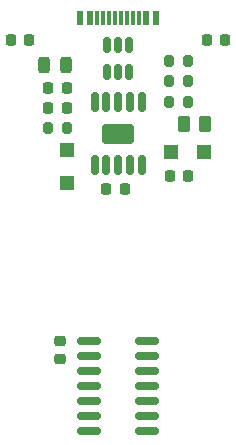
<source format=gtp>
%TF.GenerationSoftware,KiCad,Pcbnew,9.0.1*%
%TF.CreationDate,2025-04-18T18:53:21-04:00*%
%TF.ProjectId,attinyx14_dev,61747469-6e79-4783-9134-5f6465762e6b,rev?*%
%TF.SameCoordinates,Original*%
%TF.FileFunction,Paste,Top*%
%TF.FilePolarity,Positive*%
%FSLAX46Y46*%
G04 Gerber Fmt 4.6, Leading zero omitted, Abs format (unit mm)*
G04 Created by KiCad (PCBNEW 9.0.1) date 2025-04-18 18:53:21*
%MOMM*%
%LPD*%
G01*
G04 APERTURE LIST*
G04 Aperture macros list*
%AMRoundRect*
0 Rectangle with rounded corners*
0 $1 Rounding radius*
0 $2 $3 $4 $5 $6 $7 $8 $9 X,Y pos of 4 corners*
0 Add a 4 corners polygon primitive as box body*
4,1,4,$2,$3,$4,$5,$6,$7,$8,$9,$2,$3,0*
0 Add four circle primitives for the rounded corners*
1,1,$1+$1,$2,$3*
1,1,$1+$1,$4,$5*
1,1,$1+$1,$6,$7*
1,1,$1+$1,$8,$9*
0 Add four rect primitives between the rounded corners*
20,1,$1+$1,$2,$3,$4,$5,0*
20,1,$1+$1,$4,$5,$6,$7,0*
20,1,$1+$1,$6,$7,$8,$9,0*
20,1,$1+$1,$8,$9,$2,$3,0*%
G04 Aperture macros list end*
%ADD10RoundRect,0.218750X-0.218750X-0.256250X0.218750X-0.256250X0.218750X0.256250X-0.218750X0.256250X0*%
%ADD11RoundRect,0.225000X0.225000X0.250000X-0.225000X0.250000X-0.225000X-0.250000X0.225000X-0.250000X0*%
%ADD12RoundRect,0.200000X0.200000X0.275000X-0.200000X0.275000X-0.200000X-0.275000X0.200000X-0.275000X0*%
%ADD13RoundRect,0.150000X-0.825000X-0.150000X0.825000X-0.150000X0.825000X0.150000X-0.825000X0.150000X0*%
%ADD14RoundRect,0.150000X0.150000X-0.512500X0.150000X0.512500X-0.150000X0.512500X-0.150000X-0.512500X0*%
%ADD15R,1.200000X1.200000*%
%ADD16RoundRect,0.250000X-0.262500X-0.450000X0.262500X-0.450000X0.262500X0.450000X-0.262500X0.450000X0*%
%ADD17R,0.600000X1.210000*%
%ADD18R,0.600000X1.240000*%
%ADD19R,0.300000X1.240000*%
%ADD20RoundRect,0.250000X-1.080000X0.595000X-1.080000X-0.595000X1.080000X-0.595000X1.080000X0.595000X0*%
%ADD21RoundRect,0.150000X-0.150000X0.687500X-0.150000X-0.687500X0.150000X-0.687500X0.150000X0.687500X0*%
%ADD22RoundRect,0.243750X-0.243750X-0.456250X0.243750X-0.456250X0.243750X0.456250X-0.243750X0.456250X0*%
%ADD23RoundRect,0.225000X-0.225000X-0.250000X0.225000X-0.250000X0.225000X0.250000X-0.225000X0.250000X0*%
%ADD24RoundRect,0.225000X-0.250000X0.225000X-0.250000X-0.225000X0.250000X-0.225000X0.250000X0.225000X0*%
G04 APERTURE END LIST*
D10*
%TO.C,D1*%
X3212500Y-9520000D03*
X4787500Y-9520000D03*
%TD*%
D11*
%TO.C,C2*%
X7935000Y-15300000D03*
X6385000Y-15300000D03*
%TD*%
D12*
%TO.C,R4*%
X18255000Y-14740000D03*
X16605000Y-14740000D03*
%TD*%
D13*
%TO.C,U2*%
X9825000Y-34990000D03*
X9825000Y-36260000D03*
X9825000Y-37530000D03*
X9825000Y-38800000D03*
X9825000Y-40070000D03*
X9825000Y-41340000D03*
X9825000Y-42610000D03*
X14775000Y-42610000D03*
X14775000Y-41340000D03*
X14775000Y-40070000D03*
X14775000Y-38800000D03*
X14775000Y-37530000D03*
X14775000Y-36260000D03*
X14775000Y-34990000D03*
%TD*%
D12*
%TO.C,R2*%
X18255000Y-13030000D03*
X16605000Y-13030000D03*
%TD*%
D14*
%TO.C,U1*%
X11350000Y-12187500D03*
X12300000Y-12187500D03*
X13250000Y-12187500D03*
X13250000Y-9912500D03*
X12300000Y-9912500D03*
X11350000Y-9912500D03*
%TD*%
D15*
%TO.C,D3*%
X19597500Y-18970000D03*
X16797500Y-18970000D03*
%TD*%
D12*
%TO.C,R3*%
X18255000Y-11320000D03*
X16605000Y-11320000D03*
%TD*%
D16*
%TO.C,R5*%
X17857500Y-16670000D03*
X19682500Y-16670000D03*
%TD*%
D11*
%TO.C,C5*%
X12865000Y-22140000D03*
X11315000Y-22140000D03*
%TD*%
D17*
%TO.C,J1*%
X15500000Y-7640000D03*
D18*
X14700000Y-7625000D03*
D19*
X13550000Y-7625000D03*
X12550000Y-7625000D03*
X12050000Y-7625000D03*
X11050000Y-7625000D03*
D18*
X9900000Y-7625000D03*
D17*
X9100000Y-7640000D03*
X9100000Y-7640000D03*
D18*
X9900000Y-7625000D03*
D19*
X10550000Y-7625000D03*
X11550000Y-7625000D03*
X13050000Y-7625000D03*
X14050000Y-7625000D03*
D18*
X14700000Y-7625000D03*
D17*
X15500000Y-7640000D03*
%TD*%
D10*
%TO.C,D4*%
X19812500Y-9520000D03*
X21387500Y-9520000D03*
%TD*%
D11*
%TO.C,C1*%
X7935000Y-13590000D03*
X6385000Y-13590000D03*
%TD*%
D15*
%TO.C,D2*%
X7940000Y-21640000D03*
X7940000Y-18840000D03*
%TD*%
D20*
%TO.C,U3*%
X12310000Y-17437500D03*
D21*
X14310000Y-14800000D03*
X13310000Y-14800000D03*
X12310000Y-14800000D03*
X11310000Y-14800000D03*
X10310000Y-14800000D03*
X10310000Y-20075000D03*
X11310000Y-20075000D03*
X12310000Y-20075000D03*
X13310000Y-20075000D03*
X14310000Y-20075000D03*
%TD*%
D22*
%TO.C,F1*%
X6022500Y-11660000D03*
X7897500Y-11660000D03*
%TD*%
D12*
%TO.C,R1*%
X7985000Y-17010000D03*
X6335000Y-17010000D03*
%TD*%
D23*
%TO.C,C4*%
X16655000Y-21050000D03*
X18205000Y-21050000D03*
%TD*%
D24*
%TO.C,C3*%
X7370000Y-34995000D03*
X7370000Y-36545000D03*
%TD*%
M02*

</source>
